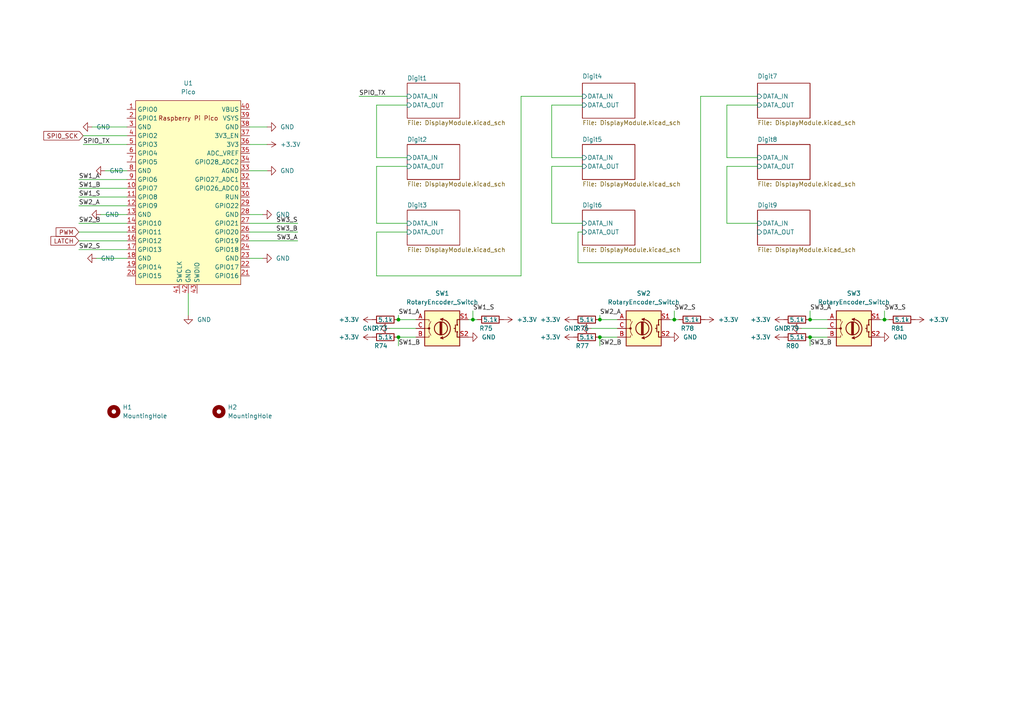
<source format=kicad_sch>
(kicad_sch (version 20211123) (generator eeschema)
  (paper "A4")
  (lib_symbols
    (symbol "Device:R" (pin_numbers hide) (pin_names (offset 0))
      (property "Reference" "R" (at 2.032 0 90))
      (property "Value" "R" (at 0 0 90))
      (symbol "R_0_1"
        (rectangle (start -1.016 -2.54) (end 1.016 2.54) (stroke (width 0.254)))
      )
      (symbol "R_1_1"
        (pin passive line (at 0 3.81 270) (length 1.27) (name "~") (number "1"))
        (pin passive line (at 0 -3.81 90) (length 1.27) (name "~") (number "2"))
      )
    )
    (symbol "Device:RotaryEncoder_Switch" (pin_names (offset 0.254) hide)
      (property "Reference" "SW" (at 0 6.604 0))
      (property "Value" "RotaryEncoder_Switch" (at 0 -6.604 0))
      (symbol "RotaryEncoder_Switch_0_1"
        (rectangle (start -5.08 5.08) (end 5.08 -5.08) (stroke (width 0.254)) (fill (type background)))
        (circle (center -3.81 0) (radius 0.254) (fill (type outline)))
        (arc (start -0.381 -2.794) (mid 2.3622 -0.0508) (end -0.381 2.667) (stroke (width 0.254)))
        (circle (center -0.381 0) (radius 1.905) (stroke (width 0.254)))
        (polyline (pts (xy -0.635 -1.778) (xy -0.635 1.778)) (stroke (width 0.254)))
        (polyline (pts (xy -0.381 -1.778) (xy -0.381 1.778)) (stroke (width 0.254)))
        (polyline (pts (xy -0.127 1.778) (xy -0.127 -1.778)) (stroke (width 0.254)))
        (polyline (pts (xy 3.81 0) (xy 3.429 0)) (stroke (width 0.254)))
        (polyline (pts (xy 3.81 1.016) (xy 3.81 -1.016)) (stroke (width 0.254)))
        (polyline (pts (xy -5.08 -2.54) (xy -3.81 -2.54) (xy -3.81 -2.032)))
        (polyline (pts (xy -5.08 2.54) (xy -3.81 2.54) (xy -3.81 2.032)))
        (polyline (pts (xy 0.254 -3.048) (xy -0.508 -2.794) (xy 0.127 -2.413)) (stroke (width 0.254)))
        (polyline (pts (xy 0.254 2.921) (xy -0.508 2.667) (xy 0.127 2.286)) (stroke (width 0.254)))
        (polyline (pts (xy 5.08 -2.54) (xy 4.318 -2.54) (xy 4.318 -1.016)) (stroke (width 0.254)))
        (polyline (pts (xy 5.08 2.54) (xy 4.318 2.54) (xy 4.318 1.016)) (stroke (width 0.254)))
        (polyline (pts (xy -5.08 0) (xy -3.81 0) (xy -3.81 -1.016) (xy -3.302 -2.032)))
        (polyline (pts (xy -4.318 0) (xy -3.81 0) (xy -3.81 1.016) (xy -3.302 2.032)))
        (circle (center 4.318 -1.016) (radius 0.127) (stroke (width 0.254)))
        (circle (center 4.318 1.016) (radius 0.127) (stroke (width 0.254)))
      )
      (symbol "RotaryEncoder_Switch_1_1"
        (pin passive line (at -7.62 2.54 0) (length 2.54) (name "A") (number "A"))
        (pin passive line (at -7.62 -2.54 0) (length 2.54) (name "B") (number "B"))
        (pin passive line (at -7.62 0 0) (length 2.54) (name "C") (number "C"))
        (pin passive line (at 7.62 2.54 180) (length 2.54) (name "S1") (number "S1"))
        (pin passive line (at 7.62 -2.54 180) (length 2.54) (name "S2") (number "S2"))
      )
    )
    (symbol "MCU_RaspberryPi_and_Boards:Pico"
      (property "Reference" "U" (at -13.97 27.94 0))
      (property "Value" "Pico" (at 0 19.05 0))
      (symbol "Pico_0_0"
        (text "Raspberry Pi Pico" (at 0 21.59 0) (effects (font (size 1.27 1.27))))
      )
      (symbol "Pico_0_1"
        (rectangle (start -15.24 26.67) (end 15.24 -26.67) (fill (type background)))
      )
      (symbol "Pico_1_1"
        (pin bidirectional line (at -17.78 24.13 0) (length 2.54) (name "GPIO0") (number "1"))
        (pin bidirectional line (at -17.78 1.27 0) (length 2.54) (name "GPIO7") (number "10"))
        (pin bidirectional line (at -17.78 -1.27 0) (length 2.54) (name "GPIO8") (number "11"))
        (pin bidirectional line (at -17.78 -3.81 0) (length 2.54) (name "GPIO9") (number "12"))
        (pin power_in line (at -17.78 -6.35 0) (length 2.54) (name "GND") (number "13"))
        (pin bidirectional line (at -17.78 -8.89 0) (length 2.54) (name "GPIO10") (number "14"))
        (pin bidirectional line (at -17.78 -11.43 0) (length 2.54) (name "GPIO11") (number "15"))
        (pin bidirectional line (at -17.78 -13.97 0) (length 2.54) (name "GPIO12") (number "16"))
        (pin bidirectional line (at -17.78 -16.51 0) (length 2.54) (name "GPIO13") (number "17"))
        (pin power_in line (at -17.78 -19.05 0) (length 2.54) (name "GND") (number "18"))
        (pin bidirectional line (at -17.78 -21.59 0) (length 2.54) (name "GPIO14") (number "19"))
        (pin bidirectional line (at -17.78 21.59 0) (length 2.54) (name "GPIO1") (number "2"))
        (pin bidirectional line (at -17.78 -24.13 0) (length 2.54) (name "GPIO15") (number "20"))
        (pin bidirectional line (at 17.78 -24.13 180) (length 2.54) (name "GPIO16") (number "21"))
        (pin bidirectional line (at 17.78 -21.59 180) (length 2.54) (name "GPIO17") (number "22"))
        (pin power_in line (at 17.78 -19.05 180) (length 2.54) (name "GND") (number "23"))
        (pin bidirectional line (at 17.78 -16.51 180) (length 2.54) (name "GPIO18") (number "24"))
        (pin bidirectional line (at 17.78 -13.97 180) (length 2.54) (name "GPIO19") (number "25"))
        (pin bidirectional line (at 17.78 -11.43 180) (length 2.54) (name "GPIO20") (number "26"))
        (pin bidirectional line (at 17.78 -8.89 180) (length 2.54) (name "GPIO21") (number "27"))
        (pin power_in line (at 17.78 -6.35 180) (length 2.54) (name "GND") (number "28"))
        (pin bidirectional line (at 17.78 -3.81 180) (length 2.54) (name "GPIO22") (number "29"))
        (pin power_in line (at -17.78 19.05 0) (length 2.54) (name "GND") (number "3"))
        (pin input line (at 17.78 -1.27 180) (length 2.54) (name "RUN") (number "30"))
        (pin bidirectional line (at 17.78 1.27 180) (length 2.54) (name "GPIO26_ADC0") (number "31"))
        (pin bidirectional line (at 17.78 3.81 180) (length 2.54) (name "GPIO27_ADC1") (number "32"))
        (pin power_in line (at 17.78 6.35 180) (length 2.54) (name "AGND") (number "33"))
        (pin bidirectional line (at 17.78 8.89 180) (length 2.54) (name "GPIO28_ADC2") (number "34"))
        (pin power_in line (at 17.78 11.43 180) (length 2.54) (name "ADC_VREF") (number "35"))
        (pin power_in line (at 17.78 13.97 180) (length 2.54) (name "3V3") (number "36"))
        (pin input line (at 17.78 16.51 180) (length 2.54) (name "3V3_EN") (number "37"))
        (pin bidirectional line (at 17.78 19.05 180) (length 2.54) (name "GND") (number "38"))
        (pin power_in line (at 17.78 21.59 180) (length 2.54) (name "VSYS") (number "39"))
        (pin bidirectional line (at -17.78 16.51 0) (length 2.54) (name "GPIO2") (number "4"))
        (pin power_in line (at 17.78 24.13 180) (length 2.54) (name "VBUS") (number "40"))
        (pin input line (at -2.54 -29.21 90) (length 2.54) (name "SWCLK") (number "41"))
        (pin power_in line (at 0 -29.21 90) (length 2.54) (name "GND") (number "42"))
        (pin bidirectional line (at 2.54 -29.21 90) (length 2.54) (name "SWDIO") (number "43"))
        (pin bidirectional line (at -17.78 13.97 0) (length 2.54) (name "GPIO3") (number "5"))
        (pin bidirectional line (at -17.78 11.43 0) (length 2.54) (name "GPIO4") (number "6"))
        (pin bidirectional line (at -17.78 8.89 0) (length 2.54) (name "GPIO5") (number "7"))
        (pin power_in line (at -17.78 6.35 0) (length 2.54) (name "GND") (number "8"))
        (pin bidirectional line (at -17.78 3.81 0) (length 2.54) (name "GPIO6") (number "9"))
      )
    )
    (symbol "Mechanical:MountingHole" (pin_names (offset 1.016))
      (property "Reference" "H" (at 0 5.08 0))
      (property "Value" "MountingHole" (at 0 3.175 0))
      (symbol "MountingHole_0_1"
        (circle (center 0 0) (radius 1.27) (stroke (width 1.27)))
      )
    )
    (symbol "power:+3.3V" (power) (pin_names (offset 0))
      (property "Value" "+3.3V" (at 0 3.556 0))
      (symbol "+3.3V_0_1"
        (polyline (pts (xy -0.762 1.27) (xy 0 2.54)))
        (polyline (pts (xy 0 0) (xy 0 2.54)))
        (polyline (pts (xy 0 2.54) (xy 0.762 1.27)))
      )
      (symbol "+3.3V_1_1"
        (pin power_in line (at 0 0 90) (length 0) hide (name "+3.3V") (number "1"))
      )
    )
    (symbol "power:GND" (power) (pin_names (offset 0))
      (property "Value" "GND" (at 0 -3.81 0))
      (symbol "GND_0_1"
        (polyline (pts (xy 0 0) (xy 0 -1.27) (xy 1.27 -1.27) (xy 0 -2.54) (xy -1.27 -1.27) (xy 0 -1.27)))
      )
      (symbol "GND_1_1"
        (pin power_in line (at 0 0 270) (length 0) hide (name "GND") (number "1"))
      )
    )
  )
  (junction (at 234.95 92.71))
  (junction (at 256.54 92.71))
  (junction (at 173.99 92.71))
  (junction (at 195.58 92.71))
  (junction (at 115.57 97.79))
  (junction (at 137.16 92.71))
  (junction (at 234.95 97.79))
  (junction (at 173.99 97.79))
  (junction (at 115.57 92.71))
  (wire (pts (xy 118.11 30.48) (xy 109.22 30.48)))
  (wire (pts (xy 72.39 74.93) (xy 76.2 74.93)))
  (wire (pts (xy 256.54 90.17) (xy 256.54 92.71)))
  (wire (pts (xy 115.57 97.79) (xy 120.65 97.79)))
  (wire (pts (xy 22.86 64.77) (xy 36.83 64.77)))
  (wire (pts (xy 137.16 92.71) (xy 138.43 92.71)))
  (wire (pts (xy 72.39 49.53) (xy 77.47 49.53)))
  (wire (pts (xy 195.58 92.71) (xy 196.85 92.71)))
  (wire (pts (xy 22.86 67.31) (xy 36.83 67.31)))
  (wire (pts (xy 109.22 67.31) (xy 109.22 80.01)))
  (wire (pts (xy 167.64 76.2) (xy 167.64 67.31)))
  (wire (pts (xy 173.99 97.79) (xy 179.07 97.79)))
  (wire (pts (xy 109.22 48.26) (xy 118.11 48.26)))
  (wire (pts (xy 72.39 67.31) (xy 86.36 67.31)))
  (wire (pts (xy 151.13 80.01) (xy 151.13 27.94)))
  (wire (pts (xy 22.86 72.39) (xy 36.83 72.39)))
  (wire (pts (xy 115.57 97.79) (xy 115.57 100.33)))
  (wire (pts (xy 22.86 54.61) (xy 36.83 54.61)))
  (wire (pts (xy 113.03 95.25) (xy 120.65 95.25)))
  (wire (pts (xy 194.31 92.71) (xy 195.58 92.71)))
  (wire (pts (xy 151.13 27.94) (xy 168.91 27.94)))
  (wire (pts (xy 234.95 97.79) (xy 240.03 97.79)))
  (wire (pts (xy 160.02 30.48) (xy 160.02 45.72)))
  (wire (pts (xy 167.64 67.31) (xy 168.91 67.31)))
  (wire (pts (xy 173.99 91.44) (xy 173.99 92.71)))
  (wire (pts (xy 160.02 64.77) (xy 160.02 48.26)))
  (wire (pts (xy 22.86 52.07) (xy 36.83 52.07)))
  (wire (pts (xy 24.13 41.91) (xy 36.83 41.91)))
  (wire (pts (xy 210.82 30.48) (xy 210.82 45.72)))
  (wire (pts (xy 54.61 85.09) (xy 54.61 91.44)))
  (wire (pts (xy 115.57 91.44) (xy 115.57 92.71)))
  (wire (pts (xy 109.22 80.01) (xy 151.13 80.01)))
  (wire (pts (xy 173.99 92.71) (xy 179.07 92.71)))
  (wire (pts (xy 203.2 27.94) (xy 203.2 76.2)))
  (wire (pts (xy 210.82 64.77) (xy 210.82 48.26)))
  (wire (pts (xy 22.86 57.15) (xy 36.83 57.15)))
  (wire (pts (xy 30.48 49.53) (xy 36.83 49.53)))
  (wire (pts (xy 115.57 92.71) (xy 120.65 92.71)))
  (wire (pts (xy 219.71 64.77) (xy 210.82 64.77)))
  (wire (pts (xy 173.99 97.79) (xy 173.99 100.33)))
  (wire (pts (xy 118.11 67.31) (xy 109.22 67.31)))
  (wire (pts (xy 27.94 74.93) (xy 36.83 74.93)))
  (wire (pts (xy 135.89 92.71) (xy 137.16 92.71)))
  (wire (pts (xy 255.27 92.71) (xy 256.54 92.71)))
  (wire (pts (xy 234.95 92.71) (xy 240.03 92.71)))
  (wire (pts (xy 22.86 59.69) (xy 36.83 59.69)))
  (wire (pts (xy 168.91 64.77) (xy 160.02 64.77)))
  (wire (pts (xy 234.95 97.79) (xy 234.95 100.33)))
  (wire (pts (xy 210.82 48.26) (xy 219.71 48.26)))
  (wire (pts (xy 72.39 36.83) (xy 77.47 36.83)))
  (wire (pts (xy 232.41 95.25) (xy 240.03 95.25)))
  (wire (pts (xy 195.58 90.17) (xy 195.58 92.71)))
  (wire (pts (xy 72.39 41.91) (xy 77.47 41.91)))
  (wire (pts (xy 160.02 45.72) (xy 168.91 45.72)))
  (wire (pts (xy 26.67 36.83) (xy 36.83 36.83)))
  (wire (pts (xy 160.02 48.26) (xy 168.91 48.26)))
  (wire (pts (xy 219.71 30.48) (xy 210.82 30.48)))
  (wire (pts (xy 104.14 27.94) (xy 118.11 27.94)))
  (wire (pts (xy 109.22 64.77) (xy 109.22 48.26)))
  (wire (pts (xy 256.54 92.71) (xy 257.81 92.71)))
  (wire (pts (xy 72.39 64.77) (xy 86.36 64.77)))
  (wire (pts (xy 109.22 45.72) (xy 118.11 45.72)))
  (wire (pts (xy 171.45 95.25) (xy 179.07 95.25)))
  (wire (pts (xy 29.21 62.23) (xy 36.83 62.23)))
  (wire (pts (xy 22.86 69.85) (xy 36.83 69.85)))
  (wire (pts (xy 234.95 90.17) (xy 234.95 92.71)))
  (wire (pts (xy 210.82 45.72) (xy 219.71 45.72)))
  (wire (pts (xy 118.11 64.77) (xy 109.22 64.77)))
  (wire (pts (xy 137.16 90.17) (xy 137.16 92.71)))
  (wire (pts (xy 72.39 62.23) (xy 76.2 62.23)))
  (wire (pts (xy 72.39 69.85) (xy 86.36 69.85)))
  (wire (pts (xy 109.22 30.48) (xy 109.22 45.72)))
  (wire (pts (xy 203.2 76.2) (xy 167.64 76.2)))
  (wire (pts (xy 203.2 27.94) (xy 219.71 27.94)))
  (wire (pts (xy 24.13 39.37) (xy 36.83 39.37)))
  (wire (pts (xy 168.91 30.48) (xy 160.02 30.48)))
  (label "SW1_B" (at 22.86 54.61 0))
  (label "SW3_A" (at 234.95 90.17 0))
  (label "SPIO_TX" (at 24.13 41.91 0))
  (label "SW1_A" (at 115.57 91.44 0))
  (label "SW2_S" (at 195.58 90.17 0))
  (label "SW3_A" (at 86.36 69.85 180))
  (label "SW3_B" (at 234.95 100.33 0))
  (label "SW2_B" (at 173.99 100.33 0))
  (label "SW1_S" (at 22.86 57.15 0))
  (label "SW1_S" (at 137.16 90.17 0))
  (label "SW2_B" (at 22.86 64.77 0))
  (label "SW2_A" (at 173.99 91.44 0))
  (label "SW2_S" (at 22.86 72.39 0))
  (label "SW1_A" (at 22.86 52.07 0))
  (label "SW3_S" (at 86.36 64.77 180))
  (label "SW2_A" (at 22.86 59.69 0))
  (label "SW3_S" (at 256.54 90.17 0))
  (label "SW1_B" (at 115.57 100.33 0))
  (label "SPIO_TX" (at 104.14 27.94 0))
  (label "SW3_B" (at 86.36 67.31 180))
  (global_label "LATCH" (shape input) (at 22.86 69.85 180) (property "Intersheet References" "${INTERSHEET_REFS}" (effects hide)))
  (global_label "PWM" (shape input) (at 22.86 67.31 180) (property "Intersheet References" "${INTERSHEET_REFS}" (effects hide)))
  (global_label "SPI0_SCK" (shape input) (at 24.13 39.37 180) (property "Intersheet References" "${INTERSHEET_REFS}" (effects hide)))
  (symbol (lib_id "Device:R") (at 111.76 92.71 90) (unit 1)
    (property "Reference" "R73" (at 110.49 95.25 90))
    (property "Value" "5.1k" (at 111.76 92.71 90))
    (property "Footprint" "Resistor_SMD:R_0402_1005Metric" (effects hide))
    (property "LCSC" "C25905" (effects hide))
  )
  (symbol (lib_id "Device:RotaryEncoder_Switch") (at 186.69 95.25 0) (unit 1)
    (property "Reference" "SW2" (at 186.69 85.09 0))
    (property "Value" "RotaryEncoder_Switch" (at 186.69 87.63 0))
    (property "Footprint" "Rotary_Encoder:RotaryEncoder_Alps_EC11E-Switch_Vertical_H20mm" (effects hide))
    (property "Datasheet" "https://datasheet.lcsc.com/lcsc/2204111800_ALPSALPINE-EC11L1525G01_C2991196.pdf" (effects hide))
    (property "LCSC" "C2991196" (effects hide))
  )
  (symbol (lib_id "power:GND") (at 54.61 91.44 0) (unit 1)
    (property "Reference" "#PWR0179" (effects hide))
    (property "Value" "GND" (at 57.15 92.7099 0) (effects (justify left)))
  )
  (symbol (lib_id "power:+3.3V") (at 107.95 97.79 90) (unit 1)
    (property "Reference" "#PWR0168" (effects hide))
    (property "Value" "+3.3V" (at 104.14 97.7899 90) (effects (justify left)))
  )
  (symbol (lib_id "MCU_RaspberryPi_and_Boards:Pico") (at 54.61 55.88 0) (unit 1)
    (property "Reference" "U1" (at 54.61 24.13 0))
    (property "Value" "Pico" (at 54.61 26.67 0))
    (property "Footprint" "MCU_RaspberryPi_and_Boards:RPi_Pico_SMD_TH" (effects hide))
  )
  (symbol (lib_id "power:GND") (at 77.47 49.53 90) (unit 1)
    (property "Reference" "#PWR0173" (effects hide))
    (property "Value" "GND" (at 81.28 49.5299 90) (effects (justify right)))
  )
  (symbol (lib_id "power:+3.3V") (at 204.47 92.71 270) (unit 1)
    (property "Reference" "#PWR0156" (effects hide))
    (property "Value" "+3.3V" (at 208.28 92.7099 90) (effects (justify left)))
  )
  (symbol (lib_id "power:+3.3V") (at 77.47 41.91 270) (unit 1)
    (property "Reference" "#PWR0170" (effects hide))
    (property "Value" "+3.3V" (at 81.28 41.9099 90) (effects (justify left)))
  )
  (symbol (lib_id "power:+3.3V") (at 166.37 97.79 90) (unit 1)
    (property "Reference" "#PWR0159" (effects hide))
    (property "Value" "+3.3V" (at 162.56 97.7899 90) (effects (justify left)))
  )
  (symbol (lib_id "power:+3.3V") (at 265.43 92.71 270) (unit 1)
    (property "Reference" "#PWR0166" (effects hide))
    (property "Value" "+3.3V" (at 269.24 92.7099 90) (effects (justify left)))
  )
  (symbol (lib_id "Device:R") (at 231.14 97.79 90) (unit 1)
    (property "Reference" "R80" (at 229.87 100.33 90))
    (property "Value" "5.1k" (at 231.14 97.79 90))
    (property "Footprint" "Resistor_SMD:R_0402_1005Metric" (effects hide))
    (property "LCSC" "C25905" (effects hide))
  )
  (symbol (lib_id "Device:R") (at 111.76 97.79 90) (unit 1)
    (property "Reference" "R74" (at 110.49 100.33 90))
    (property "Value" "5.1k" (at 111.76 97.79 90))
    (property "Footprint" "Resistor_SMD:R_0402_1005Metric" (effects hide))
    (property "LCSC" "C25905" (effects hide))
  )
  (symbol (lib_id "power:GND") (at 232.41 95.25 270) (unit 1)
    (property "Reference" "#PWR0163" (effects hide))
    (property "Value" "GND" (at 228.6 95.2499 90) (effects (justify right)))
  )
  (symbol (lib_id "power:GND") (at 76.2 62.23 90) (unit 1)
    (property "Reference" "#PWR0175" (effects hide))
    (property "Value" "GND" (at 80.01 62.2299 90) (effects (justify right)))
  )
  (symbol (lib_id "power:GND") (at 26.67 36.83 270) (unit 1)
    (property "Reference" "#PWR0177" (effects hide))
    (property "Value" "GND" (at 27.94 36.8299 90) (effects (justify left)))
  )
  (symbol (lib_id "Device:R") (at 170.18 97.79 90) (unit 1)
    (property "Reference" "R77" (at 168.91 100.33 90))
    (property "Value" "5.1k" (at 170.18 97.79 90))
    (property "Footprint" "Resistor_SMD:R_0402_1005Metric" (effects hide))
    (property "LCSC" "C25905" (effects hide))
  )
  (symbol (lib_id "Mechanical:MountingHole") (at 63.5 119.38 0) (unit 1)
    (property "Reference" "H2" (at 66.04 118.1099 0) (effects (justify left)))
    (property "Value" "MountingHole" (at 66.04 120.6499 0) (effects (justify left)))
    (property "Footprint" "ToolingHole:ToolingHole_JLCSMT" (effects hide))
  )
  (symbol (lib_id "Device:RotaryEncoder_Switch") (at 128.27 95.25 0) (unit 1)
    (property "Reference" "SW1" (at 128.27 85.09 0))
    (property "Value" "RotaryEncoder_Switch" (at 128.27 87.63 0))
    (property "Footprint" "Rotary_Encoder:RotaryEncoder_Alps_EC11E-Switch_Vertical_H20mm" (effects hide))
    (property "Datasheet" "https://datasheet.lcsc.com/lcsc/2204111800_ALPSALPINE-EC11L1525G01_C2991196.pdf" (effects hide))
    (property "LCSC" "C2991196" (effects hide))
  )
  (symbol (lib_id "power:GND") (at 194.31 97.79 90) (unit 1)
    (property "Reference" "#PWR0155" (effects hide))
    (property "Value" "GND" (at 198.12 97.7899 90) (effects (justify right)))
  )
  (symbol (lib_id "Device:R") (at 170.18 92.71 90) (unit 1)
    (property "Reference" "R76" (at 168.91 95.25 90))
    (property "Value" "5.1k" (at 170.18 92.71 90))
    (property "Footprint" "Resistor_SMD:R_0402_1005Metric" (effects hide))
    (property "LCSC" "C25905" (effects hide))
  )
  (symbol (lib_id "power:GND") (at 30.48 49.53 270) (unit 1)
    (property "Reference" "#PWR0176" (effects hide))
    (property "Value" "GND" (at 31.75 49.5299 90) (effects (justify left)))
  )
  (symbol (lib_id "power:+3.3V") (at 227.33 97.79 90) (unit 1)
    (property "Reference" "#PWR0162" (effects hide))
    (property "Value" "+3.3V" (at 223.52 97.7899 90) (effects (justify left)))
  )
  (symbol (lib_id "Device:R") (at 200.66 92.71 90) (unit 1)
    (property "Reference" "R78" (at 199.39 95.25 90))
    (property "Value" "5.1k" (at 200.66 92.71 90))
    (property "Footprint" "Resistor_SMD:R_0402_1005Metric" (effects hide))
    (property "LCSC" "C25905" (effects hide))
  )
  (symbol (lib_id "Device:R") (at 261.62 92.71 90) (unit 1)
    (property "Reference" "R81" (at 260.35 95.25 90))
    (property "Value" "5.1k" (at 261.62 92.71 90))
    (property "Footprint" "Resistor_SMD:R_0402_1005Metric" (effects hide))
    (property "LCSC" "C25905" (effects hide))
  )
  (symbol (lib_id "Mechanical:MountingHole") (at 33.02 119.38 0) (unit 1)
    (property "Reference" "H1" (at 35.56 118.1099 0) (effects (justify left)))
    (property "Value" "MountingHole" (at 35.56 120.6499 0) (effects (justify left)))
    (property "Footprint" "ToolingHole:ToolingHole_JLCSMT" (effects hide))
  )
  (symbol (lib_id "power:+3.3V") (at 227.33 92.71 90) (unit 1)
    (property "Reference" "#PWR0164" (effects hide))
    (property "Value" "+3.3V" (at 223.52 92.7099 90) (effects (justify left)))
  )
  (symbol (lib_id "power:+3.3V") (at 107.95 92.71 90) (unit 1)
    (property "Reference" "#PWR0167" (effects hide))
    (property "Value" "+3.3V" (at 104.14 92.7099 90) (effects (justify left)))
  )
  (symbol (lib_id "Device:R") (at 142.24 92.71 90) (unit 1)
    (property "Reference" "R75" (at 140.97 95.25 90))
    (property "Value" "5.1k" (at 142.24 92.71 90))
    (property "Footprint" "Resistor_SMD:R_0402_1005Metric" (effects hide))
    (property "LCSC" "C25905" (effects hide))
  )
  (symbol (lib_id "power:+3.3V") (at 166.37 92.71 90) (unit 1)
    (property "Reference" "#PWR0158" (effects hide))
    (property "Value" "+3.3V" (at 162.56 92.7099 90) (effects (justify left)))
  )
  (symbol (lib_id "power:GND") (at 171.45 95.25 270) (unit 1)
    (property "Reference" "#PWR0157" (effects hide))
    (property "Value" "GND" (at 167.64 95.2499 90) (effects (justify right)))
  )
  (symbol (lib_id "power:GND") (at 27.94 74.93 270) (unit 1)
    (property "Reference" "#PWR0178" (effects hide))
    (property "Value" "GND" (at 29.21 74.9299 90) (effects (justify left)))
  )
  (symbol (lib_id "Device:R") (at 231.14 92.71 90) (unit 1)
    (property "Reference" "R79" (at 229.87 95.25 90))
    (property "Value" "5.1k" (at 231.14 92.71 90))
    (property "Footprint" "Resistor_SMD:R_0402_1005Metric" (effects hide))
    (property "LCSC" "C25905" (effects hide))
  )
  (symbol (lib_id "Device:RotaryEncoder_Switch") (at 247.65 95.25 0) (unit 1)
    (property "Reference" "SW3" (at 247.65 85.09 0))
    (property "Value" "RotaryEncoder_Switch" (at 247.65 87.63 0))
    (property "Footprint" "Rotary_Encoder:RotaryEncoder_Alps_EC11E-Switch_Vertical_H20mm" (effects hide))
    (property "Datasheet" "https://datasheet.lcsc.com/lcsc/2204111800_ALPSALPINE-EC11L1525G01_C2991196.pdf" (effects hide))
    (property "LCSC" "C2991196" (effects hide))
  )
  (symbol (lib_id "power:GND") (at 77.47 36.83 90) (unit 1)
    (property "Reference" "#PWR0172" (effects hide))
    (property "Value" "GND" (at 81.28 36.8299 90) (effects (justify right)))
  )
  (symbol (lib_id "power:GND") (at 113.03 95.25 270) (unit 1)
    (property "Reference" "#PWR0169" (effects hide))
    (property "Value" "GND" (at 109.22 95.2499 90) (effects (justify right)))
  )
  (symbol (lib_id "power:GND") (at 255.27 97.79 90) (unit 1)
    (property "Reference" "#PWR0165" (effects hide))
    (property "Value" "GND" (at 259.08 97.7899 90) (effects (justify right)))
  )
  (symbol (lib_id "power:GND") (at 135.89 97.79 90) (unit 1)
    (property "Reference" "#PWR0161" (effects hide))
    (property "Value" "GND" (at 139.7 97.7899 90) (effects (justify right)))
  )
  (symbol (lib_id "power:+3.3V") (at 146.05 92.71 270) (unit 1)
    (property "Reference" "#PWR0160" (effects hide))
    (property "Value" "+3.3V" (at 149.86 92.7099 90) (effects (justify left)))
  )
  (symbol (lib_id "power:GND") (at 76.2 74.93 90) (unit 1)
    (property "Reference" "#PWR0174" (effects hide))
    (property "Value" "GND" (at 80.01 74.9299 90) (effects (justify right)))
  )
  (symbol (lib_id "power:GND") (at 29.21 62.23 270) (unit 1)
    (property "Reference" "#PWR0171" (effects hide))
    (property "Value" "GND" (at 30.48 62.2299 90) (effects (justify left)))
  )
  (sheet (at 118.11 60.96) (size 15.24 10.16) (stroke (width 0.1524))
    (property "Sheet name" "Digit3" (at 118.11 60.2484 0) (effects (justify left bottom)))
    (property "Sheet file" "DisplayModule.kicad_sch" (at 118.11 71.7046 0) (effects (justify left top)))
    (pin "DATA_OUT" input (at 118.11 67.31 180))
    (pin "DATA_IN" input (at 118.11 64.77 180))
  )
  (sheet (at 168.91 60.96) (size 15.24 10.16) (stroke (width 0.1524))
    (property "Sheet name" "Digit6" (at 168.91 60.2484 0) (effects (justify left bottom)))
    (property "Sheet file" "DisplayModule.kicad_sch" (at 168.91 71.7046 0) (effects (justify left top)))
    (pin "DATA_OUT" input (at 168.91 67.31 180))
    (pin "DATA_IN" input (at 168.91 64.77 180))
  )
  (sheet (at 118.11 24.13) (size 15.24 10.16) (stroke (width 0.1524))
    (property "Sheet name" "Digit1" (at 118.11 23.4184 0) (effects (justify left bottom)))
    (property "Sheet file" "DisplayModule.kicad_sch" (at 118.11 34.8746 0) (effects (justify left top)))
    (pin "DATA_OUT" input (at 118.11 30.48 180))
    (pin "DATA_IN" input (at 118.11 27.94 180))
  )
  (sheet (at 219.71 60.96) (size 15.24 10.16) (stroke (width 0.1524))
    (property "Sheet name" "Digit9" (at 219.71 60.2484 0) (effects (justify left bottom)))
    (property "Sheet file" "DisplayModule.kicad_sch" (at 219.71 71.7046 0) (effects (justify left top)))
    (pin "DATA_OUT" input (at 219.71 67.31 180))
    (pin "DATA_IN" input (at 219.71 64.77 180))
  )
  (sheet (at 118.11 41.91) (size 15.24 10.16) (stroke (width 0.1524))
    (property "Sheet name" "Digit2" (at 118.11 41.1984 0) (effects (justify left bottom)))
    (property "Sheet file" "DisplayModule.kicad_sch" (at 118.11 52.6546 0) (effects (justify left top)))
    (pin "DATA_OUT" input (at 118.11 48.26 180))
    (pin "DATA_IN" input (at 118.11 45.72 180))
  )
  (sheet (at 219.71 24.13) (size 15.24 10.16) (stroke (width 0.1524))
    (property "Sheet name" "Digit7" (at 219.71 22.86 0) (effects (justify left bottom)))
    (property "Sheet file" "DisplayModule.kicad_sch" (at 219.71 34.8746 0) (effects (justify left top)))
    (pin "DATA_OUT" input (at 219.71 30.48 180))
    (pin "DATA_IN" input (at 219.71 27.94 180))
  )
  (sheet (at 168.91 41.91) (size 15.24 10.16) (stroke (width 0.1524))
    (property "Sheet name" "Digit5" (at 168.91 41.1984 0) (effects (justify left bottom)))
    (property "Sheet file" "DisplayModule.kicad_sch" (at 168.91 52.6546 0) (effects (justify left top)))
    (pin "DATA_OUT" input (at 168.91 48.26 180))
    (pin "DATA_IN" input (at 168.91 45.72 180))
  )
  (sheet (at 219.71 41.91) (size 15.24 10.16) (stroke (width 0.1524))
    (property "Sheet name" "Digit8" (at 219.71 41.1984 0) (effects (justify left bottom)))
    (property "Sheet file" "DisplayModule.kicad_sch" (at 219.71 52.6546 0) (effects (justify left top)))
    (pin "DATA_OUT" input (at 219.71 48.26 180))
    (pin "DATA_IN" input (at 219.71 45.72 180))
  )
  (sheet (at 168.91 24.13) (size 15.24 10.16) (stroke (width 0.1524))
    (property "Sheet name" "Digit4" (at 168.91 22.86 0) (effects (justify left bottom)))
    (property "Sheet file" "DisplayModule.kicad_sch" (at 168.91 34.8746 0) (effects (justify left top)))
    (pin "DATA_OUT" input (at 168.91 30.48 180))
    (pin "DATA_IN" input (at 168.91 27.94 180))
  )
)
</source>
